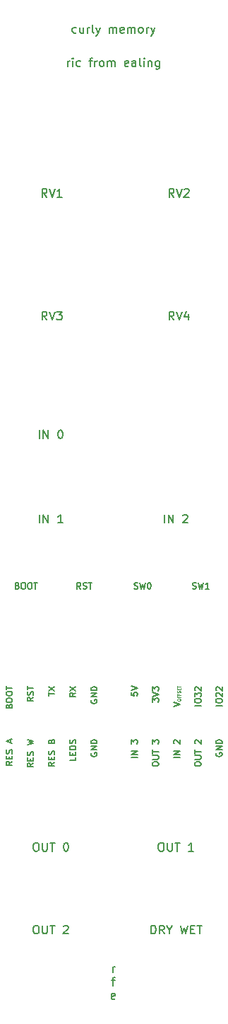
<source format=gbr>
%TF.GenerationSoftware,KiCad,Pcbnew,(6.0.0-0)*%
%TF.CreationDate,2022-01-16T08:25:23+00:00*%
%TF.ProjectId,curly-memory-face-plate,6375726c-792d-46d6-956d-6f72792d6661,rev?*%
%TF.SameCoordinates,Original*%
%TF.FileFunction,Legend,Top*%
%TF.FilePolarity,Positive*%
%FSLAX46Y46*%
G04 Gerber Fmt 4.6, Leading zero omitted, Abs format (unit mm)*
G04 Created by KiCad (PCBNEW (6.0.0-0)) date 2022-01-16 08:25:23*
%MOMM*%
%LPD*%
G01*
G04 APERTURE LIST*
%ADD10C,0.150000*%
%ADD11C,0.075000*%
%ADD12C,2.575000*%
%ADD13O,2.500000X1.600000*%
%ADD14C,6.100000*%
%ADD15C,6.500000*%
%ADD16C,3.350000*%
G04 APERTURE END LIST*
D10*
X2879285Y-79682500D02*
X2522142Y-79932500D01*
X2879285Y-80111071D02*
X2129285Y-80111071D01*
X2129285Y-79825357D01*
X2165000Y-79753928D01*
X2200714Y-79718214D01*
X2272142Y-79682500D01*
X2379285Y-79682500D01*
X2450714Y-79718214D01*
X2486428Y-79753928D01*
X2522142Y-79825357D01*
X2522142Y-80111071D01*
X2486428Y-79361071D02*
X2486428Y-79111071D01*
X2879285Y-79003928D02*
X2879285Y-79361071D01*
X2129285Y-79361071D01*
X2129285Y-79003928D01*
X2843571Y-78718214D02*
X2879285Y-78611071D01*
X2879285Y-78432500D01*
X2843571Y-78361071D01*
X2807857Y-78325357D01*
X2736428Y-78289642D01*
X2665000Y-78289642D01*
X2593571Y-78325357D01*
X2557857Y-78361071D01*
X2522142Y-78432500D01*
X2486428Y-78575357D01*
X2450714Y-78646785D01*
X2415000Y-78682500D01*
X2343571Y-78718214D01*
X2272142Y-78718214D01*
X2200714Y-78682500D01*
X2165000Y-78646785D01*
X2129285Y-78575357D01*
X2129285Y-78396785D01*
X2165000Y-78289642D01*
X2665000Y-77432500D02*
X2665000Y-77075357D01*
X2879285Y-77503928D02*
X2129285Y-77253928D01*
X2879285Y-77003928D01*
X24749285Y-80039642D02*
X24749285Y-79896785D01*
X24785000Y-79825357D01*
X24856428Y-79753928D01*
X24999285Y-79718214D01*
X25249285Y-79718214D01*
X25392142Y-79753928D01*
X25463571Y-79825357D01*
X25499285Y-79896785D01*
X25499285Y-80039642D01*
X25463571Y-80111071D01*
X25392142Y-80182500D01*
X25249285Y-80218214D01*
X24999285Y-80218214D01*
X24856428Y-80182500D01*
X24785000Y-80111071D01*
X24749285Y-80039642D01*
X24749285Y-79396785D02*
X25356428Y-79396785D01*
X25427857Y-79361071D01*
X25463571Y-79325357D01*
X25499285Y-79253928D01*
X25499285Y-79111071D01*
X25463571Y-79039642D01*
X25427857Y-79003928D01*
X25356428Y-78968214D01*
X24749285Y-78968214D01*
X24749285Y-78718214D02*
X24749285Y-78289642D01*
X25499285Y-78503928D02*
X24749285Y-78503928D01*
X24820714Y-77503928D02*
X24785000Y-77468214D01*
X24749285Y-77396785D01*
X24749285Y-77218214D01*
X24785000Y-77146785D01*
X24820714Y-77111071D01*
X24892142Y-77075357D01*
X24963571Y-77075357D01*
X25070714Y-77111071D01*
X25499285Y-77539642D01*
X25499285Y-77075357D01*
X5642857Y-99302380D02*
X5833333Y-99302380D01*
X5928571Y-99350000D01*
X6023809Y-99445238D01*
X6071428Y-99635714D01*
X6071428Y-99969047D01*
X6023809Y-100159523D01*
X5928571Y-100254761D01*
X5833333Y-100302380D01*
X5642857Y-100302380D01*
X5547619Y-100254761D01*
X5452380Y-100159523D01*
X5404761Y-99969047D01*
X5404761Y-99635714D01*
X5452380Y-99445238D01*
X5547619Y-99350000D01*
X5642857Y-99302380D01*
X6500000Y-99302380D02*
X6500000Y-100111904D01*
X6547619Y-100207142D01*
X6595238Y-100254761D01*
X6690476Y-100302380D01*
X6880952Y-100302380D01*
X6976190Y-100254761D01*
X7023809Y-100207142D01*
X7071428Y-100111904D01*
X7071428Y-99302380D01*
X7404761Y-99302380D02*
X7976190Y-99302380D01*
X7690476Y-100302380D02*
X7690476Y-99302380D01*
X9023809Y-99397619D02*
X9071428Y-99350000D01*
X9166666Y-99302380D01*
X9404761Y-99302380D01*
X9500000Y-99350000D01*
X9547619Y-99397619D01*
X9595238Y-99492857D01*
X9595238Y-99588095D01*
X9547619Y-99730952D01*
X8976190Y-100302380D01*
X9595238Y-100302380D01*
X5419285Y-72011071D02*
X5062142Y-72261071D01*
X5419285Y-72439642D02*
X4669285Y-72439642D01*
X4669285Y-72153928D01*
X4705000Y-72082500D01*
X4740714Y-72046785D01*
X4812142Y-72011071D01*
X4919285Y-72011071D01*
X4990714Y-72046785D01*
X5026428Y-72082500D01*
X5062142Y-72153928D01*
X5062142Y-72439642D01*
X5383571Y-71725357D02*
X5419285Y-71618214D01*
X5419285Y-71439642D01*
X5383571Y-71368214D01*
X5347857Y-71332500D01*
X5276428Y-71296785D01*
X5205000Y-71296785D01*
X5133571Y-71332500D01*
X5097857Y-71368214D01*
X5062142Y-71439642D01*
X5026428Y-71582500D01*
X4990714Y-71653928D01*
X4955000Y-71689642D01*
X4883571Y-71725357D01*
X4812142Y-71725357D01*
X4740714Y-71689642D01*
X4705000Y-71653928D01*
X4669285Y-71582500D01*
X4669285Y-71403928D01*
X4705000Y-71296785D01*
X4669285Y-71082500D02*
X4669285Y-70653928D01*
X5419285Y-70868214D02*
X4669285Y-70868214D01*
X6119047Y-41002380D02*
X6119047Y-40002380D01*
X6595238Y-41002380D02*
X6595238Y-40002380D01*
X7166666Y-41002380D01*
X7166666Y-40002380D01*
X8595238Y-40002380D02*
X8690476Y-40002380D01*
X8785714Y-40050000D01*
X8833333Y-40097619D01*
X8880952Y-40192857D01*
X8928571Y-40383333D01*
X8928571Y-40621428D01*
X8880952Y-40811904D01*
X8833333Y-40907142D01*
X8785714Y-40954761D01*
X8690476Y-41002380D01*
X8595238Y-41002380D01*
X8500000Y-40954761D01*
X8452380Y-40907142D01*
X8404761Y-40811904D01*
X8357142Y-40621428D01*
X8357142Y-40383333D01*
X8404761Y-40192857D01*
X8452380Y-40097619D01*
X8500000Y-40050000D01*
X8595238Y-40002380D01*
X28039285Y-72975357D02*
X27289285Y-72975357D01*
X27289285Y-72475357D02*
X27289285Y-72332500D01*
X27325000Y-72261071D01*
X27396428Y-72189642D01*
X27539285Y-72153928D01*
X27789285Y-72153928D01*
X27932142Y-72189642D01*
X28003571Y-72261071D01*
X28039285Y-72332500D01*
X28039285Y-72475357D01*
X28003571Y-72546785D01*
X27932142Y-72618214D01*
X27789285Y-72653928D01*
X27539285Y-72653928D01*
X27396428Y-72618214D01*
X27325000Y-72546785D01*
X27289285Y-72475357D01*
X27360714Y-71868214D02*
X27325000Y-71832500D01*
X27289285Y-71761071D01*
X27289285Y-71582500D01*
X27325000Y-71511071D01*
X27360714Y-71475357D01*
X27432142Y-71439642D01*
X27503571Y-71439642D01*
X27610714Y-71475357D01*
X28039285Y-71903928D01*
X28039285Y-71439642D01*
X27360714Y-71153928D02*
X27325000Y-71118214D01*
X27289285Y-71046785D01*
X27289285Y-70868214D01*
X27325000Y-70796785D01*
X27360714Y-70761071D01*
X27432142Y-70725357D01*
X27503571Y-70725357D01*
X27610714Y-70761071D01*
X28039285Y-71189642D01*
X28039285Y-70725357D01*
X22264761Y-12102380D02*
X21931428Y-11626190D01*
X21693333Y-12102380D02*
X21693333Y-11102380D01*
X22074285Y-11102380D01*
X22169523Y-11150000D01*
X22217142Y-11197619D01*
X22264761Y-11292857D01*
X22264761Y-11435714D01*
X22217142Y-11530952D01*
X22169523Y-11578571D01*
X22074285Y-11626190D01*
X21693333Y-11626190D01*
X22550476Y-11102380D02*
X22883809Y-12102380D01*
X23217142Y-11102380D01*
X23502857Y-11197619D02*
X23550476Y-11150000D01*
X23645714Y-11102380D01*
X23883809Y-11102380D01*
X23979047Y-11150000D01*
X24026666Y-11197619D01*
X24074285Y-11292857D01*
X24074285Y-11388095D01*
X24026666Y-11530952D01*
X23455238Y-12102380D01*
X24074285Y-12102380D01*
X7024761Y-26802380D02*
X6691428Y-26326190D01*
X6453333Y-26802380D02*
X6453333Y-25802380D01*
X6834285Y-25802380D01*
X6929523Y-25850000D01*
X6977142Y-25897619D01*
X7024761Y-25992857D01*
X7024761Y-26135714D01*
X6977142Y-26230952D01*
X6929523Y-26278571D01*
X6834285Y-26326190D01*
X6453333Y-26326190D01*
X7310476Y-25802380D02*
X7643809Y-26802380D01*
X7977142Y-25802380D01*
X8215238Y-25802380D02*
X8834285Y-25802380D01*
X8500952Y-26183333D01*
X8643809Y-26183333D01*
X8739047Y-26230952D01*
X8786666Y-26278571D01*
X8834285Y-26373809D01*
X8834285Y-26611904D01*
X8786666Y-26707142D01*
X8739047Y-26754761D01*
X8643809Y-26802380D01*
X8358095Y-26802380D01*
X8262857Y-26754761D01*
X8215238Y-26707142D01*
X5642857Y-89402380D02*
X5833333Y-89402380D01*
X5928571Y-89450000D01*
X6023809Y-89545238D01*
X6071428Y-89735714D01*
X6071428Y-90069047D01*
X6023809Y-90259523D01*
X5928571Y-90354761D01*
X5833333Y-90402380D01*
X5642857Y-90402380D01*
X5547619Y-90354761D01*
X5452380Y-90259523D01*
X5404761Y-90069047D01*
X5404761Y-89735714D01*
X5452380Y-89545238D01*
X5547619Y-89450000D01*
X5642857Y-89402380D01*
X6500000Y-89402380D02*
X6500000Y-90211904D01*
X6547619Y-90307142D01*
X6595238Y-90354761D01*
X6690476Y-90402380D01*
X6880952Y-90402380D01*
X6976190Y-90354761D01*
X7023809Y-90307142D01*
X7071428Y-90211904D01*
X7071428Y-89402380D01*
X7404761Y-89402380D02*
X7976190Y-89402380D01*
X7690476Y-90402380D02*
X7690476Y-89402380D01*
X9261904Y-89402380D02*
X9357142Y-89402380D01*
X9452380Y-89450000D01*
X9500000Y-89497619D01*
X9547619Y-89592857D01*
X9595238Y-89783333D01*
X9595238Y-90021428D01*
X9547619Y-90211904D01*
X9500000Y-90307142D01*
X9452380Y-90354761D01*
X9357142Y-90402380D01*
X9261904Y-90402380D01*
X9166666Y-90354761D01*
X9119047Y-90307142D01*
X9071428Y-90211904D01*
X9023809Y-90021428D01*
X9023809Y-89783333D01*
X9071428Y-89592857D01*
X9119047Y-89497619D01*
X9166666Y-89450000D01*
X9261904Y-89402380D01*
X3482142Y-58620428D02*
X3589285Y-58656142D01*
X3625000Y-58691857D01*
X3660714Y-58763285D01*
X3660714Y-58870428D01*
X3625000Y-58941857D01*
X3589285Y-58977571D01*
X3517857Y-59013285D01*
X3232142Y-59013285D01*
X3232142Y-58263285D01*
X3482142Y-58263285D01*
X3553571Y-58299000D01*
X3589285Y-58334714D01*
X3625000Y-58406142D01*
X3625000Y-58477571D01*
X3589285Y-58549000D01*
X3553571Y-58584714D01*
X3482142Y-58620428D01*
X3232142Y-58620428D01*
X4125000Y-58263285D02*
X4267857Y-58263285D01*
X4339285Y-58299000D01*
X4410714Y-58370428D01*
X4446428Y-58513285D01*
X4446428Y-58763285D01*
X4410714Y-58906142D01*
X4339285Y-58977571D01*
X4267857Y-59013285D01*
X4125000Y-59013285D01*
X4053571Y-58977571D01*
X3982142Y-58906142D01*
X3946428Y-58763285D01*
X3946428Y-58513285D01*
X3982142Y-58370428D01*
X4053571Y-58299000D01*
X4125000Y-58263285D01*
X4910714Y-58263285D02*
X5053571Y-58263285D01*
X5125000Y-58299000D01*
X5196428Y-58370428D01*
X5232142Y-58513285D01*
X5232142Y-58763285D01*
X5196428Y-58906142D01*
X5125000Y-58977571D01*
X5053571Y-59013285D01*
X4910714Y-59013285D01*
X4839285Y-58977571D01*
X4767857Y-58906142D01*
X4732142Y-58763285D01*
X4732142Y-58513285D01*
X4767857Y-58370428D01*
X4839285Y-58299000D01*
X4910714Y-58263285D01*
X5446428Y-58263285D02*
X5875000Y-58263285D01*
X5660714Y-59013285D02*
X5660714Y-58263285D01*
X12325000Y-72296785D02*
X12289285Y-72368214D01*
X12289285Y-72475357D01*
X12325000Y-72582500D01*
X12396428Y-72653928D01*
X12467857Y-72689642D01*
X12610714Y-72725357D01*
X12717857Y-72725357D01*
X12860714Y-72689642D01*
X12932142Y-72653928D01*
X13003571Y-72582500D01*
X13039285Y-72475357D01*
X13039285Y-72403928D01*
X13003571Y-72296785D01*
X12967857Y-72261071D01*
X12717857Y-72261071D01*
X12717857Y-72403928D01*
X13039285Y-71939642D02*
X12289285Y-71939642D01*
X13039285Y-71511071D01*
X12289285Y-71511071D01*
X13039285Y-71153928D02*
X12289285Y-71153928D01*
X12289285Y-70975357D01*
X12325000Y-70868214D01*
X12396428Y-70796785D01*
X12467857Y-70761071D01*
X12610714Y-70725357D01*
X12717857Y-70725357D01*
X12860714Y-70761071D01*
X12932142Y-70796785D01*
X13003571Y-70868214D01*
X13039285Y-70975357D01*
X13039285Y-71153928D01*
X14928571Y-104887380D02*
X14928571Y-104220714D01*
X14928571Y-104411190D02*
X14976190Y-104315952D01*
X15023809Y-104268333D01*
X15119047Y-104220714D01*
X15214285Y-104220714D01*
X14809523Y-105830714D02*
X15190476Y-105830714D01*
X14952380Y-106497380D02*
X14952380Y-105640238D01*
X15000000Y-105545000D01*
X15095238Y-105497380D01*
X15190476Y-105497380D01*
X15190476Y-108059761D02*
X15095238Y-108107380D01*
X14904761Y-108107380D01*
X14809523Y-108059761D01*
X14761904Y-107964523D01*
X14761904Y-107583571D01*
X14809523Y-107488333D01*
X14904761Y-107440714D01*
X15095238Y-107440714D01*
X15190476Y-107488333D01*
X15238095Y-107583571D01*
X15238095Y-107678809D01*
X14761904Y-107774047D01*
X19523809Y-100302380D02*
X19523809Y-99302380D01*
X19761904Y-99302380D01*
X19904761Y-99350000D01*
X20000000Y-99445238D01*
X20047619Y-99540476D01*
X20095238Y-99730952D01*
X20095238Y-99873809D01*
X20047619Y-100064285D01*
X20000000Y-100159523D01*
X19904761Y-100254761D01*
X19761904Y-100302380D01*
X19523809Y-100302380D01*
X21095238Y-100302380D02*
X20761904Y-99826190D01*
X20523809Y-100302380D02*
X20523809Y-99302380D01*
X20904761Y-99302380D01*
X21000000Y-99350000D01*
X21047619Y-99397619D01*
X21095238Y-99492857D01*
X21095238Y-99635714D01*
X21047619Y-99730952D01*
X21000000Y-99778571D01*
X20904761Y-99826190D01*
X20523809Y-99826190D01*
X21714285Y-99826190D02*
X21714285Y-100302380D01*
X21380952Y-99302380D02*
X21714285Y-99826190D01*
X22047619Y-99302380D01*
X23047619Y-99302380D02*
X23285714Y-100302380D01*
X23476190Y-99588095D01*
X23666666Y-100302380D01*
X23904761Y-99302380D01*
X24285714Y-99778571D02*
X24619047Y-99778571D01*
X24761904Y-100302380D02*
X24285714Y-100302380D01*
X24285714Y-99302380D01*
X24761904Y-99302380D01*
X25047619Y-99302380D02*
X25619047Y-99302380D01*
X25333333Y-100302380D02*
X25333333Y-99302380D01*
X17879285Y-79182500D02*
X17129285Y-79182500D01*
X17879285Y-78825357D02*
X17129285Y-78825357D01*
X17879285Y-78396785D01*
X17129285Y-78396785D01*
X17129285Y-77539642D02*
X17129285Y-77075357D01*
X17415000Y-77325357D01*
X17415000Y-77218214D01*
X17450714Y-77146785D01*
X17486428Y-77111071D01*
X17557857Y-77075357D01*
X17736428Y-77075357D01*
X17807857Y-77111071D01*
X17843571Y-77146785D01*
X17879285Y-77218214D01*
X17879285Y-77432500D01*
X17843571Y-77503928D01*
X17807857Y-77539642D01*
X19669285Y-72546785D02*
X19669285Y-72082500D01*
X19955000Y-72332500D01*
X19955000Y-72225357D01*
X19990714Y-72153928D01*
X20026428Y-72118214D01*
X20097857Y-72082500D01*
X20276428Y-72082500D01*
X20347857Y-72118214D01*
X20383571Y-72153928D01*
X20419285Y-72225357D01*
X20419285Y-72439642D01*
X20383571Y-72511071D01*
X20347857Y-72546785D01*
X19669285Y-71868214D02*
X20419285Y-71618214D01*
X19669285Y-71368214D01*
X19669285Y-71189642D02*
X19669285Y-70725357D01*
X19955000Y-70975357D01*
X19955000Y-70868214D01*
X19990714Y-70796785D01*
X20026428Y-70761071D01*
X20097857Y-70725357D01*
X20276428Y-70725357D01*
X20347857Y-70761071D01*
X20383571Y-70796785D01*
X20419285Y-70868214D01*
X20419285Y-71082500D01*
X20383571Y-71153928D01*
X20347857Y-71189642D01*
X22959285Y-79182500D02*
X22209285Y-79182500D01*
X22959285Y-78825357D02*
X22209285Y-78825357D01*
X22959285Y-78396785D01*
X22209285Y-78396785D01*
X22280714Y-77503928D02*
X22245000Y-77468214D01*
X22209285Y-77396785D01*
X22209285Y-77218214D01*
X22245000Y-77146785D01*
X22280714Y-77111071D01*
X22352142Y-77075357D01*
X22423571Y-77075357D01*
X22530714Y-77111071D01*
X22959285Y-77539642D01*
X22959285Y-77075357D01*
X11089285Y-59013285D02*
X10839285Y-58656142D01*
X10660714Y-59013285D02*
X10660714Y-58263285D01*
X10946428Y-58263285D01*
X11017857Y-58299000D01*
X11053571Y-58334714D01*
X11089285Y-58406142D01*
X11089285Y-58513285D01*
X11053571Y-58584714D01*
X11017857Y-58620428D01*
X10946428Y-58656142D01*
X10660714Y-58656142D01*
X11375000Y-58977571D02*
X11482142Y-59013285D01*
X11660714Y-59013285D01*
X11732142Y-58977571D01*
X11767857Y-58941857D01*
X11803571Y-58870428D01*
X11803571Y-58799000D01*
X11767857Y-58727571D01*
X11732142Y-58691857D01*
X11660714Y-58656142D01*
X11517857Y-58620428D01*
X11446428Y-58584714D01*
X11410714Y-58549000D01*
X11375000Y-58477571D01*
X11375000Y-58406142D01*
X11410714Y-58334714D01*
X11446428Y-58299000D01*
X11517857Y-58263285D01*
X11696428Y-58263285D01*
X11803571Y-58299000D01*
X12017857Y-58263285D02*
X12446428Y-58263285D01*
X12232142Y-59013285D02*
X12232142Y-58263285D01*
X12325000Y-78646785D02*
X12289285Y-78718214D01*
X12289285Y-78825357D01*
X12325000Y-78932500D01*
X12396428Y-79003928D01*
X12467857Y-79039642D01*
X12610714Y-79075357D01*
X12717857Y-79075357D01*
X12860714Y-79039642D01*
X12932142Y-79003928D01*
X13003571Y-78932500D01*
X13039285Y-78825357D01*
X13039285Y-78753928D01*
X13003571Y-78646785D01*
X12967857Y-78611071D01*
X12717857Y-78611071D01*
X12717857Y-78753928D01*
X13039285Y-78289642D02*
X12289285Y-78289642D01*
X13039285Y-77861071D01*
X12289285Y-77861071D01*
X13039285Y-77503928D02*
X12289285Y-77503928D01*
X12289285Y-77325357D01*
X12325000Y-77218214D01*
X12396428Y-77146785D01*
X12467857Y-77111071D01*
X12610714Y-77075357D01*
X12717857Y-77075357D01*
X12860714Y-77111071D01*
X12932142Y-77146785D01*
X13003571Y-77218214D01*
X13039285Y-77325357D01*
X13039285Y-77503928D01*
X10547619Y7595238D02*
X10452380Y7547619D01*
X10261904Y7547619D01*
X10166666Y7595238D01*
X10119047Y7642857D01*
X10071428Y7738095D01*
X10071428Y8023809D01*
X10119047Y8119047D01*
X10166666Y8166666D01*
X10261904Y8214285D01*
X10452380Y8214285D01*
X10547619Y8166666D01*
X11404761Y8214285D02*
X11404761Y7547619D01*
X10976190Y8214285D02*
X10976190Y7690476D01*
X11023809Y7595238D01*
X11119047Y7547619D01*
X11261904Y7547619D01*
X11357142Y7595238D01*
X11404761Y7642857D01*
X11880952Y7547619D02*
X11880952Y8214285D01*
X11880952Y8023809D02*
X11928571Y8119047D01*
X11976190Y8166666D01*
X12071428Y8214285D01*
X12166666Y8214285D01*
X12642857Y7547619D02*
X12547619Y7595238D01*
X12500000Y7690476D01*
X12500000Y8547619D01*
X12928571Y8214285D02*
X13166666Y7547619D01*
X13404761Y8214285D02*
X13166666Y7547619D01*
X13071428Y7309523D01*
X13023809Y7261904D01*
X12928571Y7214285D01*
X14547619Y7547619D02*
X14547619Y8214285D01*
X14547619Y8119047D02*
X14595238Y8166666D01*
X14690476Y8214285D01*
X14833333Y8214285D01*
X14928571Y8166666D01*
X14976190Y8071428D01*
X14976190Y7547619D01*
X14976190Y8071428D02*
X15023809Y8166666D01*
X15119047Y8214285D01*
X15261904Y8214285D01*
X15357142Y8166666D01*
X15404761Y8071428D01*
X15404761Y7547619D01*
X16261904Y7595238D02*
X16166666Y7547619D01*
X15976190Y7547619D01*
X15880952Y7595238D01*
X15833333Y7690476D01*
X15833333Y8071428D01*
X15880952Y8166666D01*
X15976190Y8214285D01*
X16166666Y8214285D01*
X16261904Y8166666D01*
X16309523Y8071428D01*
X16309523Y7976190D01*
X15833333Y7880952D01*
X16738095Y7547619D02*
X16738095Y8214285D01*
X16738095Y8119047D02*
X16785714Y8166666D01*
X16880952Y8214285D01*
X17023809Y8214285D01*
X17119047Y8166666D01*
X17166666Y8071428D01*
X17166666Y7547619D01*
X17166666Y8071428D02*
X17214285Y8166666D01*
X17309523Y8214285D01*
X17452380Y8214285D01*
X17547619Y8166666D01*
X17595238Y8071428D01*
X17595238Y7547619D01*
X18214285Y7547619D02*
X18119047Y7595238D01*
X18071428Y7642857D01*
X18023809Y7738095D01*
X18023809Y8023809D01*
X18071428Y8119047D01*
X18119047Y8166666D01*
X18214285Y8214285D01*
X18357142Y8214285D01*
X18452380Y8166666D01*
X18500000Y8119047D01*
X18547619Y8023809D01*
X18547619Y7738095D01*
X18500000Y7642857D01*
X18452380Y7595238D01*
X18357142Y7547619D01*
X18214285Y7547619D01*
X18976190Y7547619D02*
X18976190Y8214285D01*
X18976190Y8023809D02*
X19023809Y8119047D01*
X19071428Y8166666D01*
X19166666Y8214285D01*
X19261904Y8214285D01*
X19500000Y8214285D02*
X19738095Y7547619D01*
X19976190Y8214285D02*
X19738095Y7547619D01*
X19642857Y7309523D01*
X19595238Y7261904D01*
X19500000Y7214285D01*
X7209285Y-71796785D02*
X7209285Y-71368214D01*
X7959285Y-71582500D02*
X7209285Y-71582500D01*
X7209285Y-71189642D02*
X7959285Y-70689642D01*
X7209285Y-70689642D02*
X7959285Y-71189642D01*
X17129285Y-71403928D02*
X17129285Y-71761071D01*
X17486428Y-71796785D01*
X17450714Y-71761071D01*
X17415000Y-71689642D01*
X17415000Y-71511071D01*
X17450714Y-71439642D01*
X17486428Y-71403928D01*
X17557857Y-71368214D01*
X17736428Y-71368214D01*
X17807857Y-71403928D01*
X17843571Y-71439642D01*
X17879285Y-71511071D01*
X17879285Y-71689642D01*
X17843571Y-71761071D01*
X17807857Y-71796785D01*
X17129285Y-71153928D02*
X17879285Y-70903928D01*
X17129285Y-70653928D01*
X24500000Y-58977571D02*
X24607142Y-59013285D01*
X24785714Y-59013285D01*
X24857142Y-58977571D01*
X24892857Y-58941857D01*
X24928571Y-58870428D01*
X24928571Y-58799000D01*
X24892857Y-58727571D01*
X24857142Y-58691857D01*
X24785714Y-58656142D01*
X24642857Y-58620428D01*
X24571428Y-58584714D01*
X24535714Y-58549000D01*
X24500000Y-58477571D01*
X24500000Y-58406142D01*
X24535714Y-58334714D01*
X24571428Y-58299000D01*
X24642857Y-58263285D01*
X24821428Y-58263285D01*
X24928571Y-58299000D01*
X25178571Y-58263285D02*
X25357142Y-59013285D01*
X25500000Y-58477571D01*
X25642857Y-59013285D01*
X25821428Y-58263285D01*
X26500000Y-59013285D02*
X26071428Y-59013285D01*
X26285714Y-59013285D02*
X26285714Y-58263285D01*
X26214285Y-58370428D01*
X26142857Y-58441857D01*
X26071428Y-58477571D01*
X10499285Y-79146785D02*
X10499285Y-79503928D01*
X9749285Y-79503928D01*
X10106428Y-78896785D02*
X10106428Y-78646785D01*
X10499285Y-78539642D02*
X10499285Y-78896785D01*
X9749285Y-78896785D01*
X9749285Y-78539642D01*
X10499285Y-78218214D02*
X9749285Y-78218214D01*
X9749285Y-78039642D01*
X9785000Y-77932500D01*
X9856428Y-77861071D01*
X9927857Y-77825357D01*
X10070714Y-77789642D01*
X10177857Y-77789642D01*
X10320714Y-77825357D01*
X10392142Y-77861071D01*
X10463571Y-77932500D01*
X10499285Y-78039642D01*
X10499285Y-78218214D01*
X10463571Y-77503928D02*
X10499285Y-77396785D01*
X10499285Y-77218214D01*
X10463571Y-77146785D01*
X10427857Y-77111071D01*
X10356428Y-77075357D01*
X10285000Y-77075357D01*
X10213571Y-77111071D01*
X10177857Y-77146785D01*
X10142142Y-77218214D01*
X10106428Y-77361071D01*
X10070714Y-77432500D01*
X10035000Y-77468214D01*
X9963571Y-77503928D01*
X9892142Y-77503928D01*
X9820714Y-77468214D01*
X9785000Y-77432500D01*
X9749285Y-77361071D01*
X9749285Y-77182500D01*
X9785000Y-77075357D01*
X22264761Y-26802380D02*
X21931428Y-26326190D01*
X21693333Y-26802380D02*
X21693333Y-25802380D01*
X22074285Y-25802380D01*
X22169523Y-25850000D01*
X22217142Y-25897619D01*
X22264761Y-25992857D01*
X22264761Y-26135714D01*
X22217142Y-26230952D01*
X22169523Y-26278571D01*
X22074285Y-26326190D01*
X21693333Y-26326190D01*
X22550476Y-25802380D02*
X22883809Y-26802380D01*
X23217142Y-25802380D01*
X23979047Y-26135714D02*
X23979047Y-26802380D01*
X23740952Y-25754761D02*
X23502857Y-26469047D01*
X24121904Y-26469047D01*
X6119047Y-51102380D02*
X6119047Y-50102380D01*
X6595238Y-51102380D02*
X6595238Y-50102380D01*
X7166666Y-51102380D01*
X7166666Y-50102380D01*
X8928571Y-51102380D02*
X8357142Y-51102380D01*
X8642857Y-51102380D02*
X8642857Y-50102380D01*
X8547619Y-50245238D01*
X8452380Y-50340476D01*
X8357142Y-50388095D01*
X27325000Y-78646785D02*
X27289285Y-78718214D01*
X27289285Y-78825357D01*
X27325000Y-78932500D01*
X27396428Y-79003928D01*
X27467857Y-79039642D01*
X27610714Y-79075357D01*
X27717857Y-79075357D01*
X27860714Y-79039642D01*
X27932142Y-79003928D01*
X28003571Y-78932500D01*
X28039285Y-78825357D01*
X28039285Y-78753928D01*
X28003571Y-78646785D01*
X27967857Y-78611071D01*
X27717857Y-78611071D01*
X27717857Y-78753928D01*
X28039285Y-78289642D02*
X27289285Y-78289642D01*
X28039285Y-77861071D01*
X27289285Y-77861071D01*
X28039285Y-77503928D02*
X27289285Y-77503928D01*
X27289285Y-77325357D01*
X27325000Y-77218214D01*
X27396428Y-77146785D01*
X27467857Y-77111071D01*
X27610714Y-77075357D01*
X27717857Y-77075357D01*
X27860714Y-77111071D01*
X27932142Y-77146785D01*
X28003571Y-77218214D01*
X28039285Y-77325357D01*
X28039285Y-77503928D01*
X2486428Y-73046785D02*
X2522142Y-72939642D01*
X2557857Y-72903928D01*
X2629285Y-72868214D01*
X2736428Y-72868214D01*
X2807857Y-72903928D01*
X2843571Y-72939642D01*
X2879285Y-73011071D01*
X2879285Y-73296785D01*
X2129285Y-73296785D01*
X2129285Y-73046785D01*
X2165000Y-72975357D01*
X2200714Y-72939642D01*
X2272142Y-72903928D01*
X2343571Y-72903928D01*
X2415000Y-72939642D01*
X2450714Y-72975357D01*
X2486428Y-73046785D01*
X2486428Y-73296785D01*
X2129285Y-72403928D02*
X2129285Y-72261071D01*
X2165000Y-72189642D01*
X2236428Y-72118214D01*
X2379285Y-72082500D01*
X2629285Y-72082500D01*
X2772142Y-72118214D01*
X2843571Y-72189642D01*
X2879285Y-72261071D01*
X2879285Y-72403928D01*
X2843571Y-72475357D01*
X2772142Y-72546785D01*
X2629285Y-72582500D01*
X2379285Y-72582500D01*
X2236428Y-72546785D01*
X2165000Y-72475357D01*
X2129285Y-72403928D01*
X2129285Y-71618214D02*
X2129285Y-71475357D01*
X2165000Y-71403928D01*
X2236428Y-71332500D01*
X2379285Y-71296785D01*
X2629285Y-71296785D01*
X2772142Y-71332500D01*
X2843571Y-71403928D01*
X2879285Y-71475357D01*
X2879285Y-71618214D01*
X2843571Y-71689642D01*
X2772142Y-71761071D01*
X2629285Y-71796785D01*
X2379285Y-71796785D01*
X2236428Y-71761071D01*
X2165000Y-71689642D01*
X2129285Y-71618214D01*
X2129285Y-71082500D02*
X2129285Y-70653928D01*
X2879285Y-70868214D02*
X2129285Y-70868214D01*
X7959285Y-79789642D02*
X7602142Y-80039642D01*
X7959285Y-80218214D02*
X7209285Y-80218214D01*
X7209285Y-79932500D01*
X7245000Y-79861071D01*
X7280714Y-79825357D01*
X7352142Y-79789642D01*
X7459285Y-79789642D01*
X7530714Y-79825357D01*
X7566428Y-79861071D01*
X7602142Y-79932500D01*
X7602142Y-80218214D01*
X7566428Y-79468214D02*
X7566428Y-79218214D01*
X7959285Y-79111071D02*
X7959285Y-79468214D01*
X7209285Y-79468214D01*
X7209285Y-79111071D01*
X7923571Y-78825357D02*
X7959285Y-78718214D01*
X7959285Y-78539642D01*
X7923571Y-78468214D01*
X7887857Y-78432500D01*
X7816428Y-78396785D01*
X7745000Y-78396785D01*
X7673571Y-78432500D01*
X7637857Y-78468214D01*
X7602142Y-78539642D01*
X7566428Y-78682500D01*
X7530714Y-78753928D01*
X7495000Y-78789642D01*
X7423571Y-78825357D01*
X7352142Y-78825357D01*
X7280714Y-78789642D01*
X7245000Y-78753928D01*
X7209285Y-78682500D01*
X7209285Y-78503928D01*
X7245000Y-78396785D01*
X7566428Y-77253928D02*
X7602142Y-77146785D01*
X7637857Y-77111071D01*
X7709285Y-77075357D01*
X7816428Y-77075357D01*
X7887857Y-77111071D01*
X7923571Y-77146785D01*
X7959285Y-77218214D01*
X7959285Y-77503928D01*
X7209285Y-77503928D01*
X7209285Y-77253928D01*
X7245000Y-77182500D01*
X7280714Y-77146785D01*
X7352142Y-77111071D01*
X7423571Y-77111071D01*
X7495000Y-77146785D01*
X7530714Y-77182500D01*
X7566428Y-77253928D01*
X7566428Y-77503928D01*
D11*
X22640952Y-72318066D02*
X22640952Y-72251400D01*
X22660000Y-72218066D01*
X22698095Y-72184733D01*
X22774285Y-72168066D01*
X22907619Y-72168066D01*
X22983809Y-72184733D01*
X23021904Y-72218066D01*
X23040952Y-72251400D01*
X23040952Y-72318066D01*
X23021904Y-72351400D01*
X22983809Y-72384733D01*
X22907619Y-72401400D01*
X22774285Y-72401400D01*
X22698095Y-72384733D01*
X22660000Y-72351400D01*
X22640952Y-72318066D01*
X22831428Y-71901400D02*
X22831428Y-72018066D01*
X23040952Y-72018066D02*
X22640952Y-72018066D01*
X22640952Y-71851400D01*
X22831428Y-71601400D02*
X22831428Y-71718066D01*
X23040952Y-71718066D02*
X22640952Y-71718066D01*
X22640952Y-71551400D01*
X23021904Y-71434733D02*
X23040952Y-71384733D01*
X23040952Y-71301400D01*
X23021904Y-71268066D01*
X23002857Y-71251400D01*
X22964761Y-71234733D01*
X22926666Y-71234733D01*
X22888571Y-71251400D01*
X22869523Y-71268066D01*
X22850476Y-71301400D01*
X22831428Y-71368066D01*
X22812380Y-71401400D01*
X22793333Y-71418066D01*
X22755238Y-71434733D01*
X22717142Y-71434733D01*
X22679047Y-71418066D01*
X22660000Y-71401400D01*
X22640952Y-71368066D01*
X22640952Y-71284733D01*
X22660000Y-71234733D01*
X22831428Y-71084733D02*
X22831428Y-70968066D01*
X23040952Y-70918066D02*
X23040952Y-71084733D01*
X22640952Y-71084733D01*
X22640952Y-70918066D01*
X22640952Y-70818066D02*
X22640952Y-70618066D01*
X23040952Y-70718066D02*
X22640952Y-70718066D01*
D10*
X22209285Y-73058928D02*
X22959285Y-72808928D01*
X22209285Y-72558928D01*
X10499285Y-71439642D02*
X10142142Y-71689642D01*
X10499285Y-71868214D02*
X9749285Y-71868214D01*
X9749285Y-71582500D01*
X9785000Y-71511071D01*
X9820714Y-71475357D01*
X9892142Y-71439642D01*
X9999285Y-71439642D01*
X10070714Y-71475357D01*
X10106428Y-71511071D01*
X10142142Y-71582500D01*
X10142142Y-71868214D01*
X9749285Y-71189642D02*
X10499285Y-70689642D01*
X9749285Y-70689642D02*
X10499285Y-71189642D01*
X20642857Y-89402380D02*
X20833333Y-89402380D01*
X20928571Y-89450000D01*
X21023809Y-89545238D01*
X21071428Y-89735714D01*
X21071428Y-90069047D01*
X21023809Y-90259523D01*
X20928571Y-90354761D01*
X20833333Y-90402380D01*
X20642857Y-90402380D01*
X20547619Y-90354761D01*
X20452380Y-90259523D01*
X20404761Y-90069047D01*
X20404761Y-89735714D01*
X20452380Y-89545238D01*
X20547619Y-89450000D01*
X20642857Y-89402380D01*
X21500000Y-89402380D02*
X21500000Y-90211904D01*
X21547619Y-90307142D01*
X21595238Y-90354761D01*
X21690476Y-90402380D01*
X21880952Y-90402380D01*
X21976190Y-90354761D01*
X22023809Y-90307142D01*
X22071428Y-90211904D01*
X22071428Y-89402380D01*
X22404761Y-89402380D02*
X22976190Y-89402380D01*
X22690476Y-90402380D02*
X22690476Y-89402380D01*
X24595238Y-90402380D02*
X24023809Y-90402380D01*
X24309523Y-90402380D02*
X24309523Y-89402380D01*
X24214285Y-89545238D01*
X24119047Y-89640476D01*
X24023809Y-89688095D01*
X7024761Y-12102380D02*
X6691428Y-11626190D01*
X6453333Y-12102380D02*
X6453333Y-11102380D01*
X6834285Y-11102380D01*
X6929523Y-11150000D01*
X6977142Y-11197619D01*
X7024761Y-11292857D01*
X7024761Y-11435714D01*
X6977142Y-11530952D01*
X6929523Y-11578571D01*
X6834285Y-11626190D01*
X6453333Y-11626190D01*
X7310476Y-11102380D02*
X7643809Y-12102380D01*
X7977142Y-11102380D01*
X8834285Y-12102380D02*
X8262857Y-12102380D01*
X8548571Y-12102380D02*
X8548571Y-11102380D01*
X8453333Y-11245238D01*
X8358095Y-11340476D01*
X8262857Y-11388095D01*
X9500000Y3547619D02*
X9500000Y4214285D01*
X9500000Y4023809D02*
X9547619Y4119047D01*
X9595238Y4166666D01*
X9690476Y4214285D01*
X9785714Y4214285D01*
X10119047Y3547619D02*
X10119047Y4214285D01*
X10119047Y4547619D02*
X10071428Y4500000D01*
X10119047Y4452380D01*
X10166666Y4500000D01*
X10119047Y4547619D01*
X10119047Y4452380D01*
X11023809Y3595238D02*
X10928571Y3547619D01*
X10738095Y3547619D01*
X10642857Y3595238D01*
X10595238Y3642857D01*
X10547619Y3738095D01*
X10547619Y4023809D01*
X10595238Y4119047D01*
X10642857Y4166666D01*
X10738095Y4214285D01*
X10928571Y4214285D01*
X11023809Y4166666D01*
X12071428Y4214285D02*
X12452380Y4214285D01*
X12214285Y3547619D02*
X12214285Y4404761D01*
X12261904Y4500000D01*
X12357142Y4547619D01*
X12452380Y4547619D01*
X12785714Y3547619D02*
X12785714Y4214285D01*
X12785714Y4023809D02*
X12833333Y4119047D01*
X12880952Y4166666D01*
X12976190Y4214285D01*
X13071428Y4214285D01*
X13547619Y3547619D02*
X13452380Y3595238D01*
X13404761Y3642857D01*
X13357142Y3738095D01*
X13357142Y4023809D01*
X13404761Y4119047D01*
X13452380Y4166666D01*
X13547619Y4214285D01*
X13690476Y4214285D01*
X13785714Y4166666D01*
X13833333Y4119047D01*
X13880952Y4023809D01*
X13880952Y3738095D01*
X13833333Y3642857D01*
X13785714Y3595238D01*
X13690476Y3547619D01*
X13547619Y3547619D01*
X14309523Y3547619D02*
X14309523Y4214285D01*
X14309523Y4119047D02*
X14357142Y4166666D01*
X14452380Y4214285D01*
X14595238Y4214285D01*
X14690476Y4166666D01*
X14738095Y4071428D01*
X14738095Y3547619D01*
X14738095Y4071428D02*
X14785714Y4166666D01*
X14880952Y4214285D01*
X15023809Y4214285D01*
X15119047Y4166666D01*
X15166666Y4071428D01*
X15166666Y3547619D01*
X16785714Y3595238D02*
X16690476Y3547619D01*
X16499999Y3547619D01*
X16404761Y3595238D01*
X16357142Y3690476D01*
X16357142Y4071428D01*
X16404761Y4166666D01*
X16499999Y4214285D01*
X16690476Y4214285D01*
X16785714Y4166666D01*
X16833333Y4071428D01*
X16833333Y3976190D01*
X16357142Y3880952D01*
X17690476Y3547619D02*
X17690476Y4071428D01*
X17642857Y4166666D01*
X17547619Y4214285D01*
X17357142Y4214285D01*
X17261904Y4166666D01*
X17690476Y3595238D02*
X17595238Y3547619D01*
X17357142Y3547619D01*
X17261904Y3595238D01*
X17214285Y3690476D01*
X17214285Y3785714D01*
X17261904Y3880952D01*
X17357142Y3928571D01*
X17595238Y3928571D01*
X17690476Y3976190D01*
X18309523Y3547619D02*
X18214285Y3595238D01*
X18166666Y3690476D01*
X18166666Y4547619D01*
X18690476Y3547619D02*
X18690476Y4214285D01*
X18690476Y4547619D02*
X18642857Y4500000D01*
X18690476Y4452380D01*
X18738095Y4500000D01*
X18690476Y4547619D01*
X18690476Y4452380D01*
X19166666Y4214285D02*
X19166666Y3547619D01*
X19166666Y4119047D02*
X19214285Y4166666D01*
X19309523Y4214285D01*
X19452380Y4214285D01*
X19547619Y4166666D01*
X19595238Y4071428D01*
X19595238Y3547619D01*
X20500000Y4214285D02*
X20500000Y3404761D01*
X20452380Y3309523D01*
X20404761Y3261904D01*
X20309523Y3214285D01*
X20166666Y3214285D01*
X20071428Y3261904D01*
X20500000Y3595238D02*
X20404761Y3547619D01*
X20214285Y3547619D01*
X20119047Y3595238D01*
X20071428Y3642857D01*
X20023809Y3738095D01*
X20023809Y4023809D01*
X20071428Y4119047D01*
X20119047Y4166666D01*
X20214285Y4214285D01*
X20404761Y4214285D01*
X20500000Y4166666D01*
X5419285Y-79896785D02*
X5062142Y-80146785D01*
X5419285Y-80325357D02*
X4669285Y-80325357D01*
X4669285Y-80039642D01*
X4705000Y-79968214D01*
X4740714Y-79932500D01*
X4812142Y-79896785D01*
X4919285Y-79896785D01*
X4990714Y-79932500D01*
X5026428Y-79968214D01*
X5062142Y-80039642D01*
X5062142Y-80325357D01*
X5026428Y-79575357D02*
X5026428Y-79325357D01*
X5419285Y-79218214D02*
X5419285Y-79575357D01*
X4669285Y-79575357D01*
X4669285Y-79218214D01*
X5383571Y-78932500D02*
X5419285Y-78825357D01*
X5419285Y-78646785D01*
X5383571Y-78575357D01*
X5347857Y-78539642D01*
X5276428Y-78503928D01*
X5205000Y-78503928D01*
X5133571Y-78539642D01*
X5097857Y-78575357D01*
X5062142Y-78646785D01*
X5026428Y-78789642D01*
X4990714Y-78861071D01*
X4955000Y-78896785D01*
X4883571Y-78932500D01*
X4812142Y-78932500D01*
X4740714Y-78896785D01*
X4705000Y-78861071D01*
X4669285Y-78789642D01*
X4669285Y-78611071D01*
X4705000Y-78503928D01*
X4669285Y-77682500D02*
X5419285Y-77503928D01*
X4883571Y-77361071D01*
X5419285Y-77218214D01*
X4669285Y-77039642D01*
X21119047Y-51102380D02*
X21119047Y-50102380D01*
X21595238Y-51102380D02*
X21595238Y-50102380D01*
X22166666Y-51102380D01*
X22166666Y-50102380D01*
X23357142Y-50197619D02*
X23404761Y-50150000D01*
X23500000Y-50102380D01*
X23738095Y-50102380D01*
X23833333Y-50150000D01*
X23880952Y-50197619D01*
X23928571Y-50292857D01*
X23928571Y-50388095D01*
X23880952Y-50530952D01*
X23309523Y-51102380D01*
X23928571Y-51102380D01*
X17500000Y-58977571D02*
X17607142Y-59013285D01*
X17785714Y-59013285D01*
X17857142Y-58977571D01*
X17892857Y-58941857D01*
X17928571Y-58870428D01*
X17928571Y-58799000D01*
X17892857Y-58727571D01*
X17857142Y-58691857D01*
X17785714Y-58656142D01*
X17642857Y-58620428D01*
X17571428Y-58584714D01*
X17535714Y-58549000D01*
X17500000Y-58477571D01*
X17500000Y-58406142D01*
X17535714Y-58334714D01*
X17571428Y-58299000D01*
X17642857Y-58263285D01*
X17821428Y-58263285D01*
X17928571Y-58299000D01*
X18178571Y-58263285D02*
X18357142Y-59013285D01*
X18500000Y-58477571D01*
X18642857Y-59013285D01*
X18821428Y-58263285D01*
X19250000Y-58263285D02*
X19321428Y-58263285D01*
X19392857Y-58299000D01*
X19428571Y-58334714D01*
X19464285Y-58406142D01*
X19500000Y-58549000D01*
X19500000Y-58727571D01*
X19464285Y-58870428D01*
X19428571Y-58941857D01*
X19392857Y-58977571D01*
X19321428Y-59013285D01*
X19250000Y-59013285D01*
X19178571Y-58977571D01*
X19142857Y-58941857D01*
X19107142Y-58870428D01*
X19071428Y-58727571D01*
X19071428Y-58549000D01*
X19107142Y-58406142D01*
X19142857Y-58334714D01*
X19178571Y-58299000D01*
X19250000Y-58263285D01*
X25499285Y-72975357D02*
X24749285Y-72975357D01*
X24749285Y-72475357D02*
X24749285Y-72332500D01*
X24785000Y-72261071D01*
X24856428Y-72189642D01*
X24999285Y-72153928D01*
X25249285Y-72153928D01*
X25392142Y-72189642D01*
X25463571Y-72261071D01*
X25499285Y-72332500D01*
X25499285Y-72475357D01*
X25463571Y-72546785D01*
X25392142Y-72618214D01*
X25249285Y-72653928D01*
X24999285Y-72653928D01*
X24856428Y-72618214D01*
X24785000Y-72546785D01*
X24749285Y-72475357D01*
X24749285Y-71903928D02*
X24749285Y-71439642D01*
X25035000Y-71689642D01*
X25035000Y-71582500D01*
X25070714Y-71511071D01*
X25106428Y-71475357D01*
X25177857Y-71439642D01*
X25356428Y-71439642D01*
X25427857Y-71475357D01*
X25463571Y-71511071D01*
X25499285Y-71582500D01*
X25499285Y-71796785D01*
X25463571Y-71868214D01*
X25427857Y-71903928D01*
X24820714Y-71153928D02*
X24785000Y-71118214D01*
X24749285Y-71046785D01*
X24749285Y-70868214D01*
X24785000Y-70796785D01*
X24820714Y-70761071D01*
X24892142Y-70725357D01*
X24963571Y-70725357D01*
X25070714Y-70761071D01*
X25499285Y-71189642D01*
X25499285Y-70725357D01*
X19669285Y-80039642D02*
X19669285Y-79896785D01*
X19705000Y-79825357D01*
X19776428Y-79753928D01*
X19919285Y-79718214D01*
X20169285Y-79718214D01*
X20312142Y-79753928D01*
X20383571Y-79825357D01*
X20419285Y-79896785D01*
X20419285Y-80039642D01*
X20383571Y-80111071D01*
X20312142Y-80182500D01*
X20169285Y-80218214D01*
X19919285Y-80218214D01*
X19776428Y-80182500D01*
X19705000Y-80111071D01*
X19669285Y-80039642D01*
X19669285Y-79396785D02*
X20276428Y-79396785D01*
X20347857Y-79361071D01*
X20383571Y-79325357D01*
X20419285Y-79253928D01*
X20419285Y-79111071D01*
X20383571Y-79039642D01*
X20347857Y-79003928D01*
X20276428Y-78968214D01*
X19669285Y-78968214D01*
X19669285Y-78718214D02*
X19669285Y-78289642D01*
X20419285Y-78503928D02*
X19669285Y-78503928D01*
X19669285Y-77539642D02*
X19669285Y-77075357D01*
X19955000Y-77325357D01*
X19955000Y-77218214D01*
X19990714Y-77146785D01*
X20026428Y-77111071D01*
X20097857Y-77075357D01*
X20276428Y-77075357D01*
X20347857Y-77111071D01*
X20383571Y-77146785D01*
X20419285Y-77218214D01*
X20419285Y-77432500D01*
X20383571Y-77503928D01*
X20347857Y-77539642D01*
%LPC*%
D12*
X23787500Y-62500000D02*
G75*
G03*
X23787500Y-62500000I-1287500J0D01*
G01*
X8787500Y-62500000D02*
G75*
G03*
X8787500Y-62500000I-1287500J0D01*
G01*
D13*
%TO.C,H1*%
X22500000Y11500000D03*
%TD*%
D14*
%TO.C,J6*%
X7500000Y-94900000D03*
%TD*%
D15*
%TO.C,RV4*%
X7500000Y-6700000D03*
%TD*%
%TO.C,RV2*%
X22500000Y-21400000D03*
%TD*%
D16*
%TO.C,SW3*%
X18500000Y-55800000D03*
%TD*%
D14*
%TO.C,J4*%
X7500000Y-85000000D03*
%TD*%
D15*
%TO.C,RV3*%
X7500000Y-21400000D03*
%TD*%
D13*
%TO.C,H2*%
X7500000Y11500000D03*
%TD*%
D14*
%TO.C,J3*%
X7500000Y-45700000D03*
%TD*%
D16*
%TO.C,SW2*%
X4500000Y-55800000D03*
%TD*%
D14*
%TO.C,J2*%
X22500000Y-45700000D03*
%TD*%
D16*
%TO.C,SW4*%
X25500000Y-55800000D03*
%TD*%
D13*
%TO.C,H4*%
X7500000Y-111500000D03*
%TD*%
D16*
%TO.C,SW1*%
X11500000Y-55800000D03*
%TD*%
D15*
%TO.C,RV1*%
X22500000Y-6700000D03*
%TD*%
D13*
%TO.C,H3*%
X22500000Y-111500000D03*
%TD*%
D14*
%TO.C,J1*%
X22500000Y-85000000D03*
%TD*%
%TO.C,J5*%
X22500000Y-94900000D03*
%TD*%
%TO.C,J7*%
X7500000Y-35600000D03*
%TD*%
M02*

</source>
